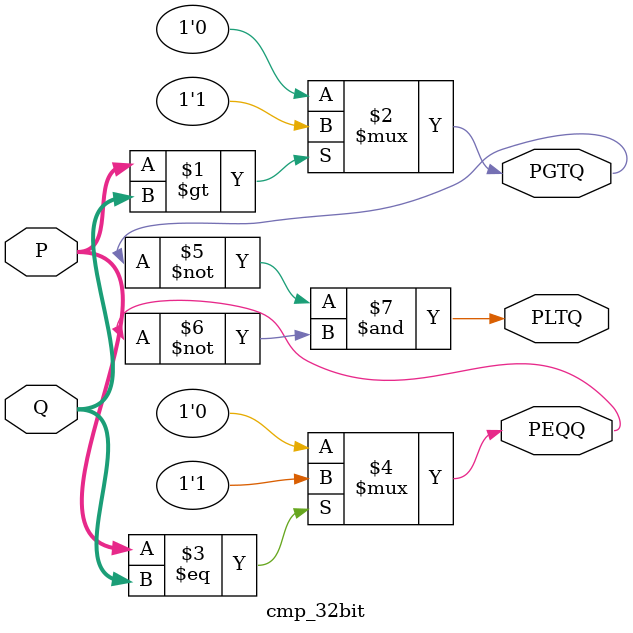
<source format=v>
`timescale 1ns / 1ps


module cmp_32bit(
    output PGTQ, PEQQ, PLTQ,
    input [31:0] P,Q 
    );
    assign PGTQ = ( (P > Q) ? 1'b1 : 1'b0 ) ;
    assign PEQQ = ( (P == Q) ? 1'b1 : 1'b0 ) ;
    assign PLTQ = ~PGTQ & ~PEQQ;
endmodule

</source>
